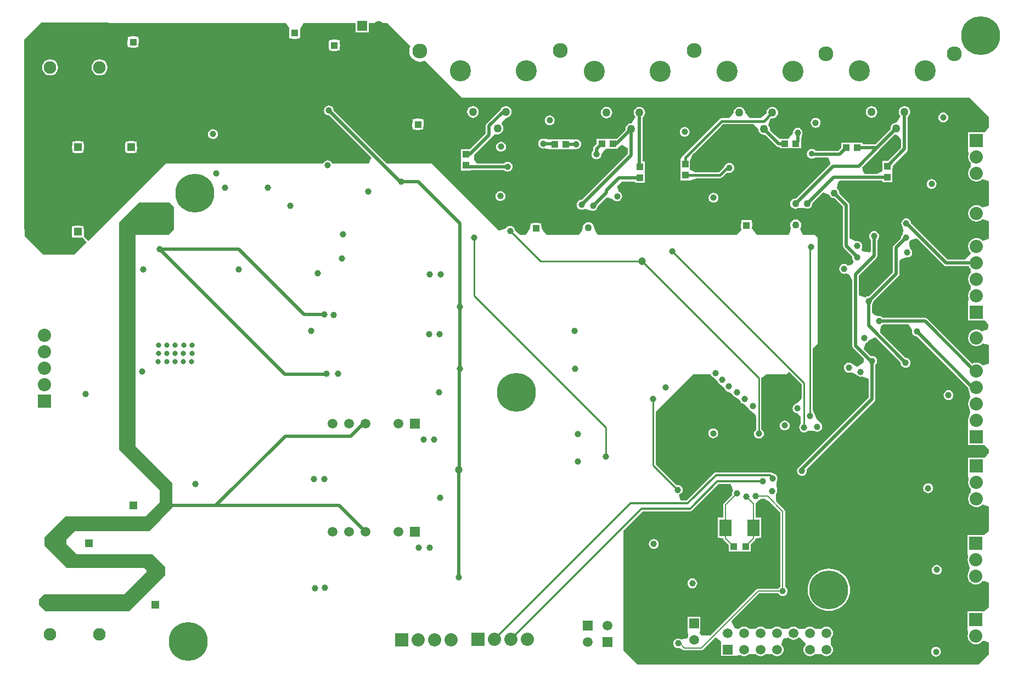
<source format=gbl>
G04*
G04 #@! TF.GenerationSoftware,Altium Limited,Altium Designer,19.1.5 (86)*
G04*
G04 Layer_Physical_Order=4*
G04 Layer_Color=16711680*
%FSLAX25Y25*%
%MOIN*%
G70*
G01*
G75*
%ADD10C,0.00787*%
%ADD13C,0.00984*%
%ADD20R,0.03937X0.04331*%
%ADD22R,0.04331X0.03937*%
%ADD86C,0.01968*%
%ADD87C,0.01181*%
%ADD88C,0.01575*%
%ADD90C,0.02165*%
%ADD91C,0.03937*%
%ADD94C,0.23622*%
%ADD95R,0.05937X0.05937*%
%ADD96C,0.05937*%
%ADD97C,0.04724*%
%ADD98R,0.04724X0.04724*%
%ADD99R,0.05906X0.05906*%
%ADD100C,0.05906*%
%ADD101R,0.05906X0.05906*%
%ADD102R,0.04331X0.04331*%
%ADD103C,0.04331*%
%ADD104C,0.07677*%
%ADD105C,0.12795*%
%ADD106C,0.04992*%
%ADD107R,0.04992X0.04992*%
%ADD108C,0.09055*%
%ADD109R,0.04331X0.04331*%
%ADD110C,0.08032*%
%ADD111R,0.08032X0.08032*%
%ADD112R,0.08032X0.08032*%
%ADD113R,0.04724X0.04724*%
%ADD114C,0.03937*%
%ADD115C,0.03150*%
%ADD116C,0.03543*%
%ADD117R,0.07480X0.10236*%
G36*
X636018Y425943D02*
X637903Y424114D01*
X638489Y423148D01*
Y418318D01*
X630422Y410252D01*
X627150D01*
Y403921D01*
X623836Y402417D01*
X616279D01*
X615448Y403634D01*
X614766Y406354D01*
X625190Y416778D01*
X634552Y426139D01*
X636018Y425943D01*
D02*
G37*
G36*
X157185Y493996D02*
X264737Y493996D01*
X266913Y490961D01*
X266604Y487795D01*
X266687Y486950D01*
X266913Y484630D01*
X270079Y484321D01*
X273244Y484630D01*
X273376Y485980D01*
X273376D01*
X273553Y487795D01*
X273319Y490194D01*
X275421Y493996D01*
X307071Y493996D01*
Y488272D01*
X314976D01*
Y493996D01*
X326279D01*
X340421Y479855D01*
X340194Y479431D01*
X339822Y478206D01*
X339697Y476933D01*
X339822Y475660D01*
X340194Y474435D01*
X340797Y473307D01*
X341609Y472317D01*
X342598Y471506D01*
X343726Y470902D01*
X344951Y470531D01*
X346224Y470406D01*
X347498Y470531D01*
X348722Y470902D01*
X349147Y471129D01*
X371654Y448622D01*
X659941Y448622D01*
X680217Y448524D01*
X691831Y436909D01*
Y430647D01*
X689268Y427772D01*
X687894Y427772D01*
X679236D01*
Y417740D01*
X679236D01*
X679331Y413803D01*
X679193Y412756D01*
X679365Y411447D01*
X679871Y410226D01*
X680675Y408885D01*
Y406627D01*
X679871Y405285D01*
X679365Y404065D01*
X679193Y402756D01*
X679365Y401446D01*
X679871Y400226D01*
X680675Y399179D01*
X681722Y398375D01*
X682943Y397869D01*
X684252Y397697D01*
X685561Y397869D01*
X686782Y398375D01*
X687829Y399179D01*
X687894Y399263D01*
X691831Y398106D01*
Y382996D01*
X687894Y381840D01*
X687829Y381924D01*
X686782Y382728D01*
X685561Y383233D01*
X684252Y383405D01*
X682943Y383233D01*
X681722Y382728D01*
X680675Y381924D01*
X679871Y380876D01*
X679365Y379656D01*
X679193Y378346D01*
X679365Y377037D01*
X679871Y375817D01*
X680675Y374769D01*
X681722Y373965D01*
X682943Y373460D01*
X684252Y373287D01*
X685561Y373460D01*
X686782Y373965D01*
X687829Y374769D01*
X687894Y374853D01*
X691831Y373697D01*
Y362937D01*
X687894Y361781D01*
X687829Y361865D01*
X686782Y362669D01*
X685561Y363174D01*
X684252Y363346D01*
X682943Y363174D01*
X681722Y362669D01*
X680675Y361865D01*
X679871Y360817D01*
X679365Y359597D01*
X679193Y358287D01*
X679365Y356978D01*
X679871Y355758D01*
X680675Y354417D01*
Y353805D01*
X677511Y350291D01*
X666645D01*
X644505Y372431D01*
X644427Y373019D01*
X644128Y373741D01*
X643653Y374361D01*
X643033Y374837D01*
X642310Y375136D01*
X641535Y375238D01*
X640761Y375136D01*
X640038Y374837D01*
X639418Y374361D01*
X638942Y373741D01*
X638643Y373019D01*
X638541Y372244D01*
X638643Y371469D01*
X638942Y370747D01*
X639418Y370127D01*
X639566Y370014D01*
X639774Y367826D01*
X639467Y365715D01*
X639320Y365601D01*
X638844Y364981D01*
X638545Y364259D01*
X638443Y363484D01*
X638443Y363484D01*
X638458Y363367D01*
X634002Y358911D01*
X633564Y358255D01*
X633410Y357480D01*
Y342570D01*
X618720Y327880D01*
X618602Y327896D01*
X618602Y327896D01*
X617827Y327794D01*
X617105Y327495D01*
X616787Y327250D01*
X615383Y327516D01*
X612850Y328661D01*
Y340599D01*
X623478Y351227D01*
X623916Y351883D01*
X624070Y352658D01*
Y362378D01*
X624164Y362450D01*
X624640Y363070D01*
X624939Y363792D01*
X625041Y364567D01*
X624939Y365342D01*
X624640Y366064D01*
X624164Y366684D01*
X623544Y367160D01*
X622822Y367459D01*
X622047Y367561D01*
X621272Y367459D01*
X620550Y367160D01*
X619930Y366684D01*
X619454Y366064D01*
X619155Y365342D01*
X619053Y364567D01*
X619155Y363792D01*
X619454Y363070D01*
X619930Y362450D01*
X620024Y362378D01*
Y355543D01*
X619283Y354713D01*
X615227Y355276D01*
X614624Y355762D01*
X614320Y356524D01*
X614502Y356967D01*
X614690Y357420D01*
X614802Y357690D01*
X614802Y357690D01*
X614904Y358465D01*
X614904Y358465D01*
X614802Y359240D01*
X614502Y359962D01*
X614027Y360582D01*
X613407Y361057D01*
X613407Y361058D01*
X612684Y361357D01*
X612684Y361357D01*
X612395Y361395D01*
X611909Y361459D01*
X611134Y361357D01*
X608490Y362481D01*
X607228Y363415D01*
Y383279D01*
X607074Y384053D01*
X606636Y384710D01*
X600890Y390455D01*
X600929Y390748D01*
X600929Y390748D01*
X600820Y391574D01*
X600501Y392344D01*
X599994Y393006D01*
X599333Y393513D01*
X600248Y397277D01*
X600629Y397961D01*
X601227Y398348D01*
X601295Y398371D01*
X627150D01*
Y397228D01*
X633087D01*
Y403559D01*
X633087Y403559D01*
X633300Y407408D01*
X641942Y416050D01*
X642381Y416706D01*
X642535Y417480D01*
Y437106D01*
X643005Y437467D01*
X643566Y438198D01*
X643918Y439048D01*
X644038Y439961D01*
X643918Y440873D01*
X643566Y441724D01*
X643005Y442454D01*
X642275Y443014D01*
X641425Y443367D01*
X640512Y443487D01*
X639599Y443367D01*
X638749Y443014D01*
X638018Y442454D01*
X637458Y441724D01*
X637106Y440873D01*
X636986Y439961D01*
X637106Y439048D01*
X637458Y438198D01*
X638018Y437467D01*
X636054Y434012D01*
X635512Y433487D01*
X634599Y433367D01*
X633749Y433014D01*
X633018Y432454D01*
X632458Y431724D01*
X632106Y430873D01*
X631986Y429961D01*
X632063Y429373D01*
X622922Y420232D01*
X615075D01*
Y421177D01*
X612319D01*
X608744Y421177D01*
X604807Y421177D01*
X602051D01*
Y418101D01*
X600229Y416279D01*
X586562D01*
X586260Y416673D01*
X586259Y416673D01*
X585889Y416957D01*
X585643Y417146D01*
X585643Y417146D01*
X584939Y417438D01*
X584924Y417444D01*
X584924Y417444D01*
X584154Y417545D01*
X584154Y417545D01*
X583383Y417444D01*
X583383Y417444D01*
X582952Y417265D01*
X582664Y417146D01*
X582048Y416673D01*
X582048Y416673D01*
X581858Y416426D01*
X581574Y416056D01*
Y416056D01*
X581396Y415625D01*
X581396Y415625D01*
X581277Y415338D01*
X581277Y415338D01*
X581175Y414567D01*
X581216Y414259D01*
X581277Y413796D01*
X581277Y413796D01*
X581574Y413078D01*
Y413078D01*
X581858Y412708D01*
X582048Y412461D01*
X582048D01*
X582664Y411988D01*
X582664Y411988D01*
X582664Y411988D01*
X583383Y411690D01*
X583383Y411690D01*
X584154Y411589D01*
X584154Y411589D01*
X584462Y411629D01*
X584462D01*
X584924Y411690D01*
X584924Y411690D01*
X584939Y411696D01*
X585643Y411988D01*
X585643Y411988D01*
X585962Y412233D01*
X594202D01*
X595418Y409246D01*
X595494Y408296D01*
X574604Y387406D01*
X574311Y387445D01*
X574311Y387445D01*
X573485Y387336D01*
X573485Y387336D01*
X572715Y387017D01*
X572053Y386509D01*
X571546Y385848D01*
X571246Y385124D01*
X571227Y385078D01*
X571227Y385078D01*
X571221Y385029D01*
X571125Y384301D01*
Y384301D01*
X571118Y384252D01*
X571125Y384203D01*
X571227Y383426D01*
X571546Y382656D01*
X572053Y381994D01*
X572715Y381487D01*
X572715D01*
X573485Y381168D01*
X573485Y381168D01*
X573534Y381162D01*
X574311Y381059D01*
X575137Y381168D01*
X575137D01*
X575137Y381168D01*
X575875Y381474D01*
X575907Y381487D01*
X579731Y381604D01*
X579731D01*
X580000Y381493D01*
X580455Y381304D01*
X580501Y381285D01*
X580501Y381285D01*
X581328Y381176D01*
X581328Y381176D01*
X582154Y381285D01*
X582154Y381285D01*
X582924Y381604D01*
X583585Y382112D01*
X584093Y382773D01*
X584093Y382773D01*
X584411Y383543D01*
X584411Y383543D01*
X584418Y383592D01*
X584520Y384369D01*
X584520Y384369D01*
X584514Y384419D01*
X584482Y384662D01*
X590733Y390914D01*
X591362Y390886D01*
X592304Y390610D01*
X594845Y389457D01*
X594971Y389152D01*
X595479Y388491D01*
X596140Y387983D01*
X596910Y387664D01*
X597736Y387555D01*
X597736Y387555D01*
X597786Y387562D01*
X598029Y387594D01*
X603182Y382441D01*
Y358575D01*
X603336Y357800D01*
X603774Y357144D01*
X608890Y352029D01*
X608817Y351476D01*
X608817Y351476D01*
X608919Y350701D01*
X609218Y349979D01*
X609694Y349359D01*
X608712Y347304D01*
X606004Y346752D01*
X606004D01*
X605384Y347228D01*
X604662Y347527D01*
X603887Y347629D01*
X603112Y347527D01*
X603112Y347527D01*
X602390Y347228D01*
X602390D01*
X601876Y346834D01*
X601770Y346752D01*
Y346752D01*
X601294Y346132D01*
Y346132D01*
X600995Y345410D01*
X600893Y344635D01*
X600893Y344635D01*
X600910Y344502D01*
X600995Y343860D01*
X600995Y343860D01*
X601182Y343407D01*
X601294Y343138D01*
X601294Y343138D01*
X601770Y342518D01*
X602390Y342042D01*
X603112Y341743D01*
X603112D01*
X603887Y341641D01*
X604176Y341679D01*
X604662Y341743D01*
X604662Y341743D01*
X604876Y341788D01*
X605191Y341853D01*
X607248Y340979D01*
X608804Y337686D01*
Y297835D01*
X608958Y297060D01*
X609396Y296404D01*
X615665Y290135D01*
X615732Y288615D01*
X615601Y288211D01*
X615521Y288045D01*
X614573Y286983D01*
X612183Y285417D01*
X610452Y285781D01*
X610383Y285801D01*
X608190Y287239D01*
X607468Y287538D01*
X607468Y287538D01*
X607468Y287538D01*
X606693Y287640D01*
X606693Y287640D01*
X606693Y287640D01*
X605918Y287538D01*
X605196Y287239D01*
X605196Y287239D01*
X605196Y287239D01*
X604576Y286763D01*
X604100Y286143D01*
X604100Y286143D01*
X603801Y285421D01*
X603801Y285421D01*
X603699Y284646D01*
X603699Y284646D01*
X603801Y283871D01*
X604100Y283149D01*
X604576Y282528D01*
X605196Y282053D01*
X605918Y281754D01*
X606693Y281651D01*
X606911Y281680D01*
X607292Y281720D01*
X607979Y281642D01*
X608792Y281465D01*
X610064Y281000D01*
X611270Y280322D01*
X611659Y279974D01*
X611662Y279970D01*
X612283Y279494D01*
X613005Y279194D01*
X613779Y279093D01*
X614555Y279194D01*
X614906Y279340D01*
X617804Y278292D01*
X617964Y278216D01*
X618843Y277470D01*
Y266488D01*
X577070Y224715D01*
X576652Y224542D01*
X576032Y224066D01*
X575557Y223446D01*
X575257Y222724D01*
X575155Y221949D01*
X575257Y221174D01*
X575557Y220452D01*
X576032Y219832D01*
X576652Y219356D01*
X577375Y219057D01*
X578150Y218955D01*
X578925Y219057D01*
X579647Y219356D01*
X580267Y219832D01*
X580743Y220452D01*
X581042Y221174D01*
X581144Y221949D01*
X581042Y222724D01*
X580971Y222894D01*
X622297Y264219D01*
X622735Y264875D01*
X622889Y265650D01*
Y286492D01*
X622983Y286564D01*
Y286564D01*
X623459Y287184D01*
X623647Y287637D01*
X623758Y287906D01*
X623758Y287906D01*
X623860Y288681D01*
X623860Y288681D01*
X623758Y289456D01*
X623758Y289456D01*
X623459Y290178D01*
Y290178D01*
X622983Y290798D01*
X622363Y291274D01*
Y291274D01*
X621641Y291573D01*
X621641Y291573D01*
X621352Y291611D01*
X620866Y291675D01*
X620866Y291675D01*
X620091Y291573D01*
X619991Y291532D01*
X615755Y295768D01*
X615955Y297376D01*
X617015Y299765D01*
X617737Y300064D01*
X618357Y300540D01*
X618833Y301160D01*
X618926Y301385D01*
X621601Y302585D01*
X622358Y302801D01*
X623047Y302832D01*
X638163Y287716D01*
X638148Y287598D01*
X638148Y287598D01*
X638250Y286824D01*
X638437Y286371D01*
X638549Y286101D01*
X638549D01*
X638847Y285713D01*
X639025Y285481D01*
X639025D01*
X639645Y285005D01*
X640097Y284818D01*
X640367Y284706D01*
X640367Y284706D01*
X640656Y284668D01*
X641142Y284604D01*
X641917Y284706D01*
X641917Y284706D01*
X642639Y285005D01*
X642639D01*
X643259Y285481D01*
X643735Y286101D01*
X644034Y286824D01*
X644136Y287598D01*
X644136Y287598D01*
X644034Y288373D01*
X644034Y288373D01*
X644023Y288400D01*
X643735Y289095D01*
X643259Y289716D01*
Y289716D01*
X642639Y290191D01*
X641917Y290491D01*
X641917Y290491D01*
X641628Y290529D01*
X641142Y290593D01*
X641142Y290593D01*
X641024Y290577D01*
X625602Y305999D01*
X625722Y307770D01*
X626574Y310238D01*
X626750Y310419D01*
X627216Y310776D01*
X627288Y310871D01*
X642740D01*
X643877Y309684D01*
X645067Y307509D01*
X645152Y306934D01*
X645095Y306498D01*
X645095Y306498D01*
X645197Y305723D01*
X645197Y305723D01*
X645496Y305001D01*
X645972Y304380D01*
X646592Y303905D01*
X647314Y303606D01*
X647314Y303606D01*
X647603Y303568D01*
X648089Y303503D01*
X648089Y303503D01*
X648207Y303519D01*
X679102Y272624D01*
X679267Y271368D01*
X679772Y270148D01*
X680532Y266486D01*
X679772Y265226D01*
X679267Y264006D01*
X679095Y262697D01*
X679267Y261387D01*
X679772Y260167D01*
X680282Y257697D01*
X679772Y255226D01*
X679267Y254006D01*
X679095Y252697D01*
X679232Y251650D01*
X679138Y247713D01*
X679138Y247713D01*
Y237681D01*
X687894D01*
X689169Y237681D01*
X691831Y234846D01*
Y232852D01*
X689268Y229976D01*
X687894Y229976D01*
X679236D01*
Y219945D01*
X679236D01*
X679331Y216008D01*
X679193Y214961D01*
X679365Y213651D01*
X679871Y212431D01*
X680675Y211090D01*
Y208831D01*
X679871Y207490D01*
X679365Y206270D01*
X679193Y204961D01*
X679365Y203651D01*
X679871Y202431D01*
X680675Y201383D01*
X681722Y200579D01*
X682943Y200074D01*
X684252Y199902D01*
X685561Y200074D01*
X686782Y200579D01*
X687829Y201383D01*
X687894Y201467D01*
X691831Y200311D01*
Y185256D01*
X688874Y182890D01*
X687894Y182890D01*
X678842D01*
Y172858D01*
X678842D01*
X678937Y168921D01*
X678799Y167874D01*
X678972Y166565D01*
X679477Y165345D01*
X679987Y162874D01*
X679477Y160404D01*
X678972Y159183D01*
X678799Y157874D01*
X678972Y156565D01*
X679477Y155344D01*
X680281Y154297D01*
X681329Y153493D01*
X682549Y152987D01*
X683858Y152815D01*
X685168Y152987D01*
X686388Y153493D01*
X687435Y154297D01*
X687894Y154894D01*
X689467Y154814D01*
X691831Y153792D01*
Y139036D01*
X688874Y136669D01*
X687894Y136669D01*
X678842D01*
Y126638D01*
X678842D01*
X678937Y122701D01*
X678799Y121653D01*
X678972Y120344D01*
X679477Y119124D01*
X680281Y118076D01*
X681329Y117272D01*
X682549Y116767D01*
X683858Y116595D01*
X685168Y116767D01*
X686388Y117272D01*
X687435Y118076D01*
X687894Y118673D01*
X689467Y118593D01*
X691831Y117571D01*
Y110531D01*
X685433Y104134D01*
X621949D01*
X478543Y104134D01*
X469685Y112992D01*
X469685Y185581D01*
X481498Y197394D01*
X510335D01*
X510955Y197518D01*
X511481Y197869D01*
X527443Y213831D01*
X534686D01*
X535825Y211844D01*
X536286Y209894D01*
X536187Y209765D01*
X535887Y209043D01*
X535785Y208268D01*
X535785Y208268D01*
X535887Y207493D01*
X535895Y207393D01*
X531545Y203043D01*
X530885Y202383D01*
X530577Y201922D01*
X530469Y201378D01*
Y200436D01*
Y193520D01*
X527150D01*
Y181283D01*
X530469Y180807D01*
X530577Y180263D01*
X530885Y179802D01*
X533646Y177042D01*
X533646Y176062D01*
Y172917D01*
X539583D01*
Y172917D01*
X541126D01*
Y172917D01*
X547063D01*
Y176143D01*
X547063Y177238D01*
X549824Y179999D01*
X550132Y180460D01*
X550240Y181004D01*
X553559Y181283D01*
Y193520D01*
X550240D01*
Y200923D01*
Y201870D01*
X550677Y202907D01*
X552269Y204344D01*
X552314Y204379D01*
X552314Y204379D01*
X552329Y204399D01*
X553078Y205075D01*
X555426D01*
X558582Y203188D01*
X560571Y201199D01*
X565114Y196655D01*
X565114Y194755D01*
Y152939D01*
Y151576D01*
X565038Y151510D01*
X564418Y151034D01*
X564243Y150806D01*
X564243Y150806D01*
X563942Y150414D01*
X563877Y150338D01*
X553552D01*
X551601Y150338D01*
X551057Y150230D01*
X550596Y149922D01*
X548878Y148204D01*
X534570Y133896D01*
X531644Y130970D01*
X528860Y128186D01*
X525546Y124872D01*
X522514Y121840D01*
X517404Y121890D01*
X516226Y123069D01*
X516551Y125240D01*
X516551Y125830D01*
Y133146D01*
X508646D01*
Y125886D01*
X508646Y125240D01*
X509235Y121303D01*
X509146Y121186D01*
X508847Y120466D01*
X508683Y120374D01*
X507276Y119908D01*
X504771Y119473D01*
X504450Y119719D01*
X504450D01*
X503728Y120018D01*
X503728Y120018D01*
X502953Y120120D01*
X502953Y120120D01*
X502953Y120120D01*
X502664Y120082D01*
X502178Y120018D01*
X502178Y120018D01*
X501725Y119831D01*
X501456Y119719D01*
Y119719D01*
X501067Y119421D01*
X500836Y119243D01*
Y119243D01*
X500537Y118854D01*
Y118854D01*
X500360Y118623D01*
X500061Y117901D01*
X500023Y117612D01*
X499959Y117126D01*
X499959Y117126D01*
X499997Y116837D01*
X500061Y116351D01*
X500061Y116351D01*
X500356Y115637D01*
X500360Y115629D01*
Y115629D01*
X500658Y115240D01*
X500658Y115240D01*
X500836Y115009D01*
X500836D01*
X501456Y114533D01*
X501456Y114533D01*
X502178Y114234D01*
X502178Y114234D01*
X502953Y114132D01*
X502953Y114132D01*
X503728Y114234D01*
X503728Y114234D01*
X505901Y113251D01*
X506362Y112943D01*
X506906Y112835D01*
X508462D01*
X512505Y112835D01*
X516939Y112835D01*
X517483Y112943D01*
X517944Y113251D01*
X520616Y115923D01*
X521790Y117097D01*
X525602Y120909D01*
X525687Y120920D01*
X526330Y120434D01*
X528861Y118520D01*
X529234Y118019D01*
X529138Y117378D01*
X529138Y116788D01*
Y109473D01*
X536397D01*
X537043Y109473D01*
X540980Y110062D01*
X541097Y109973D01*
X542059Y109574D01*
X543091Y109438D01*
X544122Y109574D01*
X545084Y109973D01*
X545910Y110606D01*
X546711Y110784D01*
X549470D01*
X550271Y110606D01*
X551097Y109973D01*
X552059Y109574D01*
X553091Y109438D01*
X554122Y109574D01*
X555084Y109973D01*
X555910Y110606D01*
X556711Y110784D01*
X559470D01*
X560271Y110606D01*
X561097Y109973D01*
X562059Y109574D01*
X563091Y109438D01*
X564122Y109574D01*
X565084Y109973D01*
X565910Y110606D01*
X566543Y111432D01*
X566942Y112393D01*
X567077Y113425D01*
X566942Y114457D01*
X566543Y115419D01*
X565910Y116244D01*
X565812Y116687D01*
X566634Y119881D01*
X569829Y120704D01*
X570271Y120606D01*
X571097Y119973D01*
X572059Y119574D01*
X573091Y119438D01*
X574122Y119574D01*
X575084Y119973D01*
X575910Y120606D01*
X576605Y120760D01*
X576982Y120719D01*
X580449Y117252D01*
Y117046D01*
X580271Y116244D01*
X579638Y115419D01*
X579240Y114457D01*
X579104Y113425D01*
X579240Y112393D01*
X579638Y111432D01*
X580271Y110606D01*
X581097Y109973D01*
X582059Y109574D01*
X583091Y109438D01*
X584122Y109574D01*
X585084Y109973D01*
X585910Y110606D01*
X586711Y110784D01*
X589470D01*
X590271Y110606D01*
X591097Y109973D01*
X592059Y109574D01*
X593091Y109438D01*
X594122Y109574D01*
X595084Y109973D01*
X595910Y110606D01*
X596543Y111432D01*
X596942Y112393D01*
X597077Y113425D01*
X596942Y114457D01*
X596543Y115419D01*
X595910Y116244D01*
X595732Y117046D01*
Y119805D01*
X595910Y120606D01*
X596543Y121432D01*
X596942Y122393D01*
X597077Y123425D01*
X596942Y124457D01*
X596543Y125419D01*
X595910Y126244D01*
X595084Y126878D01*
X594122Y127276D01*
X593091Y127412D01*
X592059Y127276D01*
X591097Y126878D01*
X590271Y126244D01*
X589470Y126067D01*
X586711D01*
X585910Y126244D01*
X585084Y126878D01*
X584122Y127276D01*
X583091Y127412D01*
X582059Y127276D01*
X581097Y126878D01*
X580271Y126244D01*
X579470Y126067D01*
X576711D01*
X575910Y126244D01*
X575084Y126878D01*
X574122Y127276D01*
X573091Y127412D01*
X572059Y127276D01*
X571097Y126878D01*
X570271Y126244D01*
X569470Y126067D01*
X566711D01*
X565910Y126244D01*
X565084Y126878D01*
X564122Y127276D01*
X563091Y127412D01*
X562059Y127276D01*
X561097Y126878D01*
X560271Y126244D01*
X559470Y126067D01*
X556711D01*
X555910Y126244D01*
X555084Y126878D01*
X554122Y127276D01*
X553091Y127412D01*
X552059Y127276D01*
X551097Y126878D01*
X550271Y126244D01*
X549470Y126067D01*
X546711D01*
X545910Y126244D01*
X545084Y126878D01*
X544122Y127276D01*
X543091Y127412D01*
X542059Y127276D01*
X541097Y126878D01*
X540271Y126244D01*
X539627Y126102D01*
X537523Y126359D01*
X535520Y130242D01*
X535606Y130913D01*
X537539Y132846D01*
X550821Y146128D01*
X552189Y147496D01*
X553871Y147496D01*
X563877D01*
X563942Y147420D01*
X564418Y146800D01*
X564418Y146800D01*
X565038Y146324D01*
X565761Y146025D01*
X566535Y145923D01*
X566536Y145923D01*
X567310Y146025D01*
X567310Y146025D01*
X568033Y146324D01*
X568033D01*
X568043Y146333D01*
X568653Y146800D01*
X568987Y147236D01*
X569128Y147420D01*
X569128Y147420D01*
X569427Y148142D01*
X569427Y148142D01*
X569530Y148917D01*
X569530Y148917D01*
X569427Y149692D01*
X569128Y150414D01*
X568830Y150803D01*
X568653Y151034D01*
X568653Y151034D01*
X568033Y151510D01*
X567956Y151576D01*
Y152943D01*
Y194827D01*
X567956Y197244D01*
X567848Y197788D01*
X567540Y198249D01*
X562628Y203162D01*
X562343Y204400D01*
X562345Y204993D01*
X562353Y207528D01*
X562829Y208149D01*
X563128Y208871D01*
X563230Y209646D01*
X563230Y209646D01*
X563128Y210421D01*
X562593Y213569D01*
X563227Y216646D01*
X563329Y217421D01*
X563329Y217421D01*
X563227Y218196D01*
X562928Y218918D01*
X562452Y219538D01*
X562452Y219538D01*
X561832Y220014D01*
X561563Y220126D01*
X561110Y220313D01*
X560366Y220576D01*
X559439Y220903D01*
X559403Y220927D01*
X559328Y220942D01*
X559328Y220942D01*
X558782Y221051D01*
X554464Y221051D01*
X554464Y221051D01*
X554464Y221051D01*
X526057D01*
X525437Y220927D01*
X524911Y220575D01*
X508221Y203886D01*
X504474D01*
X503531Y207541D01*
X503984Y207729D01*
X504253Y207840D01*
X504253Y207840D01*
X504767Y208234D01*
X504873Y208316D01*
Y208316D01*
X505349Y208936D01*
Y208936D01*
X505648Y209658D01*
X505750Y210433D01*
X505648Y211208D01*
X505349Y211930D01*
X505349Y211930D01*
X504873Y212550D01*
X504873Y212550D01*
X504253Y213026D01*
X503531Y213325D01*
X502756Y213427D01*
X502756Y213427D01*
X502756Y213427D01*
X502467Y213389D01*
X502011Y213329D01*
X489701Y225640D01*
X489415Y225925D01*
Y226334D01*
X489415Y257134D01*
Y258017D01*
X512008Y280610D01*
X522704D01*
X522886Y280170D01*
X522886Y280170D01*
X522998Y279901D01*
X522998Y279901D01*
X523296Y279512D01*
X523473Y279280D01*
X523473D01*
X524093Y278805D01*
X524816Y278505D01*
X524816Y278505D01*
X527131Y275865D01*
X527131Y275865D01*
X527132Y275865D01*
X527607Y275245D01*
X527607D01*
X528133Y274841D01*
X528227Y274769D01*
X528227Y274769D01*
X528227Y274769D01*
X529931Y273267D01*
X531265Y271633D01*
X531741Y271013D01*
X532079Y270753D01*
X532361Y270537D01*
X532361Y270537D01*
X532361D01*
X532577Y270448D01*
X533416Y270021D01*
X533416Y270021D01*
X533416Y270021D01*
X534763Y269142D01*
X535634Y268483D01*
X536525Y267654D01*
X536761Y267371D01*
X537015Y267176D01*
X537381Y266895D01*
X540415Y264875D01*
X540714Y264153D01*
X541190Y263532D01*
Y263532D01*
X541810Y263057D01*
X542235Y262880D01*
X542770Y262595D01*
X543902Y261822D01*
X544530Y261287D01*
X545235Y260497D01*
X545931Y259625D01*
X546142Y259349D01*
X546407Y259005D01*
X546749Y258742D01*
X549651Y256244D01*
X550546Y254593D01*
X550546Y254593D01*
X550546Y253236D01*
Y247063D01*
X549950Y246605D01*
X549950Y246605D01*
X549474Y245985D01*
X549175Y245263D01*
X549073Y244488D01*
X549175Y243713D01*
X549175Y243713D01*
X549474Y242991D01*
X549474Y242991D01*
X549474Y242991D01*
X549950Y242371D01*
X550386Y242037D01*
X550570Y241895D01*
X550570D01*
X551292Y241596D01*
X552067Y241494D01*
X552842Y241596D01*
X552842Y241596D01*
X553295Y241784D01*
X553564Y241895D01*
Y241895D01*
X553953Y242194D01*
X554184Y242371D01*
Y242371D01*
X554519Y242807D01*
X554660Y242991D01*
Y242991D01*
X554959Y243713D01*
X554959Y243713D01*
X555061Y244488D01*
X554959Y245263D01*
X554959Y245263D01*
X554660Y245985D01*
X554660Y245985D01*
X554354Y246384D01*
X554184Y246605D01*
X554184D01*
X553588Y247063D01*
Y253948D01*
Y257332D01*
X553588Y261269D01*
X553588Y277356D01*
Y278445D01*
X553588Y278445D01*
X556618Y280495D01*
X556866Y280610D01*
X568996D01*
X570529Y282143D01*
X578034Y274637D01*
Y266362D01*
X577590Y265474D01*
X575492Y262935D01*
X574717Y262833D01*
X573995Y262534D01*
X573375Y262058D01*
X572899Y261438D01*
X572600Y260716D01*
X572498Y259941D01*
X572600Y259166D01*
X572899Y258444D01*
X573375Y257824D01*
X573995Y257348D01*
X574717Y257049D01*
X575492Y256947D01*
X577487Y254532D01*
X577561Y252821D01*
X577439Y250456D01*
X577104Y250020D01*
X576963Y249836D01*
Y249836D01*
X576664Y249114D01*
X576664Y249114D01*
X576562Y248339D01*
X576664Y247564D01*
X576664Y247564D01*
X576664Y247564D01*
X576963Y246842D01*
X576963Y246842D01*
X576963Y246842D01*
X577104Y246658D01*
X577439Y246222D01*
X577439D01*
X578059Y245746D01*
X578781Y245447D01*
X578781Y245447D01*
X579556Y245345D01*
X579556Y245345D01*
X580331Y245447D01*
X581053Y245746D01*
X581053Y245746D01*
X581208Y245865D01*
X582366Y246290D01*
X584694Y246186D01*
X585898Y246130D01*
X586085Y246093D01*
X586725Y245828D01*
X587500Y245726D01*
X587500Y245726D01*
X587500Y245726D01*
X588275Y245828D01*
X588275Y245828D01*
X588275Y245828D01*
X588997Y246128D01*
X588997D01*
X588997Y246128D01*
X589617Y246603D01*
X589617Y246603D01*
X589617Y246603D01*
X590093Y247223D01*
X590280Y247676D01*
X590392Y247945D01*
X590392Y247945D01*
X590392Y247945D01*
X590494Y248720D01*
X590494Y248721D01*
X590392Y249495D01*
X590392Y249495D01*
X590392Y249495D01*
X590093Y250218D01*
Y250218D01*
X590093Y250218D01*
X589617Y250838D01*
X587701Y252702D01*
X587124Y253674D01*
X586090Y256004D01*
X585791Y256726D01*
X585791Y256726D01*
X585424Y257204D01*
X584719Y258855D01*
Y296333D01*
X587697Y299311D01*
X587697Y360925D01*
X587697Y363484D01*
X585827Y365354D01*
X578839D01*
X577699Y367348D01*
X577241Y369291D01*
X577419Y369523D01*
X577766Y370360D01*
X577884Y371260D01*
X577766Y372159D01*
X577419Y372997D01*
X576866Y373717D01*
X576147Y374269D01*
X575309Y374616D01*
X574409Y374734D01*
X573510Y374616D01*
X572672Y374269D01*
X571952Y373717D01*
X571400Y372997D01*
X571053Y372159D01*
X570935Y371260D01*
X571053Y370360D01*
X571400Y369523D01*
X571578Y369291D01*
X571120Y367348D01*
X569980Y365354D01*
X550676D01*
X547881Y369118D01*
X548061Y370965D01*
X547752Y374130D01*
X544587Y374439D01*
X541421Y374130D01*
X541289Y372780D01*
Y372780D01*
X541112Y370965D01*
X541421Y367799D01*
X538497Y365354D01*
X454581Y365354D01*
X453663Y366106D01*
X452603Y367640D01*
X451959Y369291D01*
X451998Y369587D01*
X451880Y370486D01*
X451533Y371324D01*
X450981Y372043D01*
X450261Y372596D01*
X449423Y372943D01*
X448524Y373061D01*
X447624Y372943D01*
X446786Y372596D01*
X446067Y372043D01*
X445514Y371324D01*
X445167Y370486D01*
X445049Y369587D01*
X445088Y369291D01*
X444444Y367640D01*
X443385Y366106D01*
X442466Y365354D01*
X423457D01*
X421792Y366482D01*
X420109Y369193D01*
X419799Y372358D01*
X416634Y372668D01*
X413469Y372358D01*
X413159Y369193D01*
X410899Y365555D01*
X409810Y365354D01*
X407147D01*
X403978Y367717D01*
X403876Y368492D01*
X403876Y368492D01*
X403689Y368944D01*
X403577Y369214D01*
X403577D01*
X403279Y369602D01*
X403101Y369834D01*
X403101D01*
X402713Y370132D01*
X402481Y370309D01*
X402481D01*
X401759Y370609D01*
X401759Y370609D01*
X401759Y370609D01*
X401470Y370647D01*
X400984Y370711D01*
X400984Y370711D01*
X400695Y370673D01*
X400209Y370609D01*
X400209Y370609D01*
X399487Y370309D01*
X399487Y370309D01*
X398867Y369834D01*
X398867Y369834D01*
X398421Y369253D01*
X398421Y369253D01*
X398390Y369213D01*
X395744Y368163D01*
X394164Y367942D01*
X353543Y408563D01*
X325991D01*
X293825Y440729D01*
X293841Y440846D01*
X293841Y440846D01*
X293739Y441621D01*
X293739Y441621D01*
X293551Y442074D01*
X293439Y442344D01*
X293439D01*
X292964Y442964D01*
X292343Y443439D01*
X291891Y443627D01*
X291621Y443739D01*
X291621Y443739D01*
X291332Y443777D01*
X290846Y443841D01*
X290557Y443802D01*
X290072Y443739D01*
X289619Y443551D01*
X289619Y443551D01*
X289349Y443439D01*
X289349Y443439D01*
X288729Y442964D01*
X288253Y442344D01*
X287954Y441621D01*
X287954Y441621D01*
X287852Y440846D01*
X287852Y440846D01*
X287954Y440071D01*
X287954Y440071D01*
X288253Y439349D01*
Y439349D01*
X288729Y438729D01*
Y438729D01*
X289349Y438253D01*
X290072Y437954D01*
X290072Y437954D01*
X290361Y437916D01*
X290846Y437852D01*
X290846Y437852D01*
X290964Y437868D01*
X316632Y412200D01*
X315125Y408563D01*
X292931Y408563D01*
X292759Y408977D01*
X292759Y408977D01*
X292460Y409366D01*
X292283Y409597D01*
X292283D01*
X291663Y410073D01*
X290941Y410372D01*
X290166Y410474D01*
X289391Y410372D01*
X289391Y410372D01*
X288669Y410073D01*
X288669Y410073D01*
X288049Y409597D01*
X287573Y408977D01*
X287401Y408563D01*
X191634Y408563D01*
X144704Y361633D01*
X141929Y363917D01*
X141927Y366766D01*
X141961Y367126D01*
X141650Y370488D01*
X138287Y370799D01*
X134925Y370488D01*
X134845Y369620D01*
D01*
X134614Y367126D01*
X134844Y364644D01*
X134844D01*
X134925Y363764D01*
X138287Y363453D01*
X138288Y363453D01*
X141337Y363678D01*
X143780Y360709D01*
X136221Y353150D01*
X117323D01*
X106082Y364390D01*
X105905Y373031D01*
Y483858D01*
X116339Y494291D01*
X157087D01*
X157185Y493996D01*
D02*
G37*
G36*
X664376Y346837D02*
X665033Y346399D01*
X665807Y346245D01*
X679669D01*
X679871Y345758D01*
X680675Y344425D01*
Y342169D01*
X679871Y340837D01*
X679365Y339616D01*
X679193Y338307D01*
X679365Y336998D01*
X679871Y335778D01*
X680675Y334436D01*
Y332178D01*
X679871Y330837D01*
X679365Y329616D01*
X679193Y328307D01*
X679331Y327260D01*
X679236Y323323D01*
X679236Y323323D01*
Y313291D01*
X687894D01*
X689268Y313291D01*
X691540Y310742D01*
X691540Y310038D01*
X691155Y307985D01*
X690073Y307457D01*
X687243Y306688D01*
X686683Y307118D01*
X685463Y307623D01*
X684154Y307795D01*
X682844Y307623D01*
X681624Y307118D01*
X680576Y306313D01*
X679772Y305266D01*
X679267Y304046D01*
X679095Y302736D01*
X679267Y301427D01*
X679772Y300207D01*
X680576Y299159D01*
X681624Y298355D01*
X682844Y297850D01*
X684154Y297677D01*
X685463Y297850D01*
X686683Y298355D01*
X687731Y299159D01*
X687894Y299371D01*
X691540Y298521D01*
X691831Y298359D01*
Y287055D01*
X691540Y286892D01*
X687894Y286042D01*
X687731Y286254D01*
X686683Y287058D01*
X685463Y287564D01*
X684154Y287736D01*
X682844Y287564D01*
X681674Y287079D01*
X654429Y314324D01*
X653773Y314763D01*
X652999Y314917D01*
X627288D01*
X627216Y315011D01*
X626595Y315487D01*
X625873Y315786D01*
X625098Y315888D01*
X624563Y315817D01*
X624224Y315836D01*
X621919Y317001D01*
X620625Y318166D01*
Y322712D01*
X620719Y322784D01*
X621195Y323405D01*
X621494Y324127D01*
X621596Y324902D01*
X621581Y325019D01*
X636864Y340302D01*
X637302Y340958D01*
X637456Y341732D01*
Y349728D01*
X638698Y350566D01*
X641393Y351659D01*
X641449Y351635D01*
X641449Y351636D01*
X642224Y351533D01*
X642224Y351533D01*
X642999Y351636D01*
X643721Y351935D01*
X644342Y352410D01*
X644817Y353030D01*
X644817Y353030D01*
X644929Y353300D01*
X645117Y353753D01*
X645117Y353753D01*
X645155Y354042D01*
X645219Y354528D01*
X645117Y355303D01*
X645117Y355303D01*
X644817Y356025D01*
Y356025D01*
X644342Y356645D01*
Y356645D01*
X643721Y357120D01*
X643268Y359291D01*
X643258Y359442D01*
X643499Y361325D01*
X643554Y361367D01*
X643869Y361777D01*
X644165Y362030D01*
X646608Y362812D01*
X648324Y362890D01*
X664376Y346837D01*
D02*
G37*
G36*
X193996Y384842D02*
X196752Y382087D01*
X196752Y368602D01*
X193307Y365158D01*
X174311D01*
X173501Y365147D01*
X173501Y236886D01*
X195843Y214544D01*
X195843Y199629D01*
X181947Y185410D01*
X136591Y185410D01*
X131571Y180390D01*
X131571Y177339D01*
X137700Y171211D01*
X183763D01*
X191315Y163658D01*
X191315Y158441D01*
X169439Y136565D01*
X118875D01*
X114741Y140699D01*
Y143848D01*
X117841Y146949D01*
X166535D01*
X179997Y160410D01*
Y161690D01*
X178645Y163041D01*
X131571D01*
X118087Y176526D01*
Y181742D01*
X130712Y194367D01*
X179603Y194367D01*
X188067Y202831D01*
X188067Y210312D01*
X163363Y235016D01*
X163363Y366657D01*
X163287Y366732D01*
Y372835D01*
X175295Y384842D01*
X193996Y384842D01*
D02*
G37*
%LPC*%
G36*
X171949Y485890D02*
X168783Y485580D01*
X168652Y484231D01*
Y484231D01*
X168474Y482415D01*
X168557Y481570D01*
X168783Y479250D01*
X171949Y478940D01*
X175114Y479250D01*
X175246Y480599D01*
Y480599D01*
X175424Y482415D01*
X175341Y483259D01*
X175114Y485580D01*
X175114Y485580D01*
X171949Y485890D01*
D02*
G37*
G36*
X294193Y483790D02*
X291027Y483480D01*
X290896Y482131D01*
Y482130D01*
X290718Y480315D01*
X290801Y479470D01*
X291027Y477150D01*
X294193Y476840D01*
X297358Y477150D01*
X297490Y478499D01*
Y478500D01*
X297668Y480315D01*
X297585Y481159D01*
X297358Y483480D01*
X297358Y483480D01*
X294193Y483790D01*
D02*
G37*
G36*
X151500Y471880D02*
X150237Y471714D01*
X149060Y471227D01*
X148049Y470451D01*
X147274Y469440D01*
X146786Y468263D01*
X146620Y467000D01*
X146786Y465737D01*
X147274Y464560D01*
X148049Y463549D01*
X149060Y462774D01*
X150237Y462286D01*
X151500Y462120D01*
X152763Y462286D01*
X153940Y462774D01*
X154951Y463549D01*
X155727Y464560D01*
X156214Y465737D01*
X156380Y467000D01*
X156214Y468263D01*
X155727Y469440D01*
X154951Y470451D01*
X153940Y471227D01*
X152763Y471714D01*
X151500Y471880D01*
D02*
G37*
G36*
X121500D02*
X120237Y471714D01*
X119060Y471227D01*
X118049Y470451D01*
X117273Y469440D01*
X116786Y468263D01*
X116620Y467000D01*
X116786Y465737D01*
X117273Y464560D01*
X118049Y463549D01*
X119060Y462774D01*
X120237Y462286D01*
X121500Y462120D01*
X122763Y462286D01*
X123940Y462774D01*
X124951Y463549D01*
X125726Y464560D01*
X126214Y465737D01*
X126380Y467000D01*
X126214Y468263D01*
X125726Y469440D01*
X124951Y470451D01*
X123940Y471227D01*
X122763Y471714D01*
X121500Y471880D01*
D02*
G37*
G36*
X620512Y443487D02*
X619599Y443367D01*
X618749Y443014D01*
X618018Y442454D01*
X617458Y441724D01*
X617106Y440873D01*
X616986Y439961D01*
X617106Y439048D01*
X617458Y438198D01*
X618018Y437467D01*
X618749Y436907D01*
X619599Y436555D01*
X620512Y436434D01*
X621424Y436555D01*
X622275Y436907D01*
X623005Y437467D01*
X623566Y438198D01*
X623918Y439048D01*
X624038Y439961D01*
X623918Y440873D01*
X623566Y441724D01*
X623005Y442454D01*
X622275Y443014D01*
X621424Y443367D01*
X620512Y443487D01*
D02*
G37*
G36*
X378386D02*
X377473Y443367D01*
X376623Y443014D01*
X375892Y442454D01*
X375332Y441724D01*
X374980Y440873D01*
X374860Y439961D01*
X374980Y439048D01*
X375332Y438198D01*
X375892Y437467D01*
X376623Y436907D01*
X377473Y436555D01*
X378386Y436434D01*
X379298Y436555D01*
X380149Y436907D01*
X380879Y437467D01*
X381440Y438198D01*
X381792Y439048D01*
X381912Y439961D01*
X381792Y440873D01*
X381440Y441724D01*
X380879Y442454D01*
X380149Y443014D01*
X379298Y443367D01*
X378386Y443487D01*
D02*
G37*
G36*
X560197Y443093D02*
X559284Y442973D01*
X558434Y442621D01*
X557703Y442060D01*
X557143Y441330D01*
X556791Y440480D01*
X556671Y439567D01*
X556736Y439070D01*
X556634Y438960D01*
X556634Y438960D01*
X556204Y438494D01*
X556204Y438494D01*
X553228Y436173D01*
X549083Y436173D01*
X546764D01*
X545749Y436969D01*
X543723Y439567D01*
X543603Y440480D01*
X543251Y441330D01*
X542690Y442060D01*
X541960Y442621D01*
X541110Y442973D01*
X540197Y443093D01*
X539284Y442973D01*
X538434Y442621D01*
X537703Y442060D01*
X537143Y441330D01*
X536791Y440480D01*
X536671Y439567D01*
X534645Y436969D01*
X534002Y436465D01*
X533630Y436173D01*
X529429D01*
X528732Y436034D01*
X528732Y436034D01*
X528140Y435639D01*
X528140Y435639D01*
X528105Y435604D01*
X528105D01*
X526426Y433924D01*
X509821Y417320D01*
X508419Y415917D01*
X508419D01*
X506830Y414328D01*
X506030Y413528D01*
X506030Y413528D01*
X506010Y413508D01*
X506010Y413508D01*
X505995Y413493D01*
X504315Y411433D01*
X504315Y411433D01*
Y408677D01*
X504315Y405102D01*
X504315Y401165D01*
Y398410D01*
X509397D01*
X510252Y398409D01*
X514189Y399752D01*
X514781D01*
X526356D01*
X528395Y399752D01*
X528395Y399752D01*
X528445D01*
X528445Y399752D01*
X529142Y399891D01*
X529143Y399891D01*
X529734Y400286D01*
X529769Y400321D01*
X529769Y400321D01*
Y400321D01*
X529769Y400321D01*
D01*
X532770Y403323D01*
X533280Y403112D01*
X533280Y403112D01*
X534055Y403010D01*
X534055Y403010D01*
X534830Y403112D01*
X534830Y403112D01*
X535283Y403299D01*
X535552Y403411D01*
Y403411D01*
X535941Y403709D01*
X536172Y403887D01*
Y403887D01*
X536471Y404276D01*
X536648Y404507D01*
X536648Y404507D01*
X536947Y405229D01*
X536947Y405229D01*
X536985Y405518D01*
X537049Y406004D01*
X537049Y406004D01*
X537011Y406293D01*
X536947Y406779D01*
X536947Y406779D01*
X536648Y407501D01*
X536648Y407501D01*
X536172Y408121D01*
X536172Y408121D01*
X535552Y408597D01*
X535552D01*
X534830Y408896D01*
X534830Y408896D01*
X534055Y408998D01*
X534055Y408998D01*
X533505Y408926D01*
X533280Y408896D01*
X532558Y408597D01*
X532558D01*
X532375Y408457D01*
X531938Y408121D01*
X531938Y408121D01*
X531462Y407501D01*
X531126Y407020D01*
X530692Y406399D01*
Y406399D01*
X530692Y406399D01*
Y406399D01*
X527690Y403397D01*
X526111Y403397D01*
X514855D01*
X513483D01*
X510252Y405102D01*
X510252Y408677D01*
Y410034D01*
X511517Y413447D01*
X512214Y414558D01*
X512666Y415010D01*
X529031Y431375D01*
X530184Y432528D01*
X534335Y432528D01*
X538272Y432528D01*
X539961D01*
X542121D01*
X546058Y432528D01*
X548378D01*
X549336Y431953D01*
X551671Y429567D01*
X551791Y428654D01*
X552143Y427804D01*
X552703Y427073D01*
X553434Y426513D01*
X554284Y426161D01*
X555197Y426041D01*
X555785Y426118D01*
X562566Y419337D01*
X563222Y418899D01*
X563996Y418745D01*
X564650D01*
Y417799D01*
X567406D01*
X570980Y417799D01*
X574917Y417799D01*
X577673D01*
Y423736D01*
X577673Y423736D01*
X578482Y426488D01*
X578483Y426489D01*
X578585Y427264D01*
X578483Y428039D01*
X578184Y428761D01*
X577708Y429381D01*
X577088Y429857D01*
X576366Y430156D01*
X575591Y430258D01*
X574816Y430156D01*
X574093Y429857D01*
X573473Y429381D01*
X572998Y428761D01*
X572698Y428039D01*
X572596Y427264D01*
X572387Y426675D01*
X570751Y424584D01*
X570080Y423928D01*
X569776Y423736D01*
X568587Y423736D01*
X564650Y423736D01*
X561643Y425982D01*
X558646Y428979D01*
X558723Y429567D01*
X558603Y430480D01*
X558251Y431330D01*
X557690Y432060D01*
X559037Y435830D01*
X559358Y436151D01*
X559635Y436115D01*
X560197Y436041D01*
X561109Y436161D01*
X561960Y436513D01*
X562690Y437074D01*
X563251Y437804D01*
X563603Y438654D01*
X563723Y439567D01*
X563603Y440480D01*
X563251Y441330D01*
X562690Y442060D01*
X561960Y442621D01*
X561109Y442973D01*
X560197Y443093D01*
D02*
G37*
G36*
X459488D02*
X458575Y442973D01*
X457725Y442621D01*
X456995Y442060D01*
X456434Y441330D01*
X456082Y440480D01*
X455962Y439567D01*
X456082Y438654D01*
X456434Y437804D01*
X456995Y437074D01*
X457725Y436513D01*
X458575Y436161D01*
X459488Y436041D01*
X460401Y436161D01*
X461251Y436513D01*
X461982Y437074D01*
X462542Y437804D01*
X462894Y438654D01*
X463014Y439567D01*
X462894Y440480D01*
X462542Y441330D01*
X461982Y442060D01*
X461251Y442621D01*
X460401Y442973D01*
X459488Y443093D01*
D02*
G37*
G36*
X664075Y439608D02*
X663300Y439506D01*
X662578Y439207D01*
X661958Y438731D01*
X661482Y438111D01*
X661183Y437389D01*
X661081Y436614D01*
X661183Y435839D01*
X661482Y435117D01*
X661958Y434497D01*
X662578Y434021D01*
X663300Y433722D01*
X664075Y433620D01*
X664850Y433722D01*
X665572Y434021D01*
X666192Y434497D01*
X666668Y435117D01*
X666967Y435839D01*
X667069Y436614D01*
X666967Y437389D01*
X666668Y438111D01*
X666192Y438731D01*
X665572Y439207D01*
X664850Y439506D01*
X664075Y439608D01*
D02*
G37*
G36*
X425000Y437837D02*
X424225Y437735D01*
X423503Y437435D01*
X422883Y436960D01*
X422407Y436340D01*
X422108Y435617D01*
X422006Y434842D01*
X422108Y434068D01*
X422407Y433346D01*
X422883Y432725D01*
X423503Y432249D01*
X424225Y431950D01*
X425000Y431848D01*
X425775Y431950D01*
X426497Y432249D01*
X427117Y432725D01*
X427593Y433346D01*
X427892Y434068D01*
X427994Y434842D01*
X427892Y435617D01*
X427593Y436340D01*
X427117Y436960D01*
X426497Y437435D01*
X425775Y437735D01*
X425000Y437837D01*
D02*
G37*
G36*
X586516Y436360D02*
X585741Y436258D01*
X585019Y435959D01*
X584399Y435483D01*
X583923Y434863D01*
X583624Y434141D01*
X583522Y433366D01*
X583624Y432591D01*
X583923Y431869D01*
X584399Y431249D01*
X585019Y430773D01*
X585741Y430474D01*
X586516Y430372D01*
X587291Y430474D01*
X588013Y430773D01*
X588633Y431249D01*
X589109Y431869D01*
X589408Y432591D01*
X589510Y433366D01*
X589408Y434141D01*
X589109Y434863D01*
X588633Y435483D01*
X588013Y435959D01*
X587291Y436258D01*
X586516Y436360D01*
D02*
G37*
G36*
X345000Y435912D02*
X341835Y435602D01*
X341703Y434253D01*
X341703D01*
X341525Y432437D01*
X341835Y429272D01*
X345000Y428962D01*
X346816Y429140D01*
D01*
X348165Y429272D01*
X348475Y432437D01*
X348392Y433282D01*
X348297Y434253D01*
X348165Y435602D01*
X348165Y435602D01*
X345000Y435912D01*
D02*
G37*
G36*
X506988Y430848D02*
X506213Y430746D01*
X505491Y430447D01*
X504871Y429972D01*
X504395Y429351D01*
X504096Y428629D01*
X503994Y427854D01*
X504096Y427079D01*
X504395Y426357D01*
X504871Y425737D01*
X505491Y425261D01*
X506213Y424962D01*
X506988Y424860D01*
X507763Y424962D01*
X508485Y425261D01*
X509105Y425737D01*
X509581Y426357D01*
X509880Y427079D01*
X509982Y427854D01*
X509880Y428629D01*
X509581Y429351D01*
X509105Y429972D01*
X508485Y430447D01*
X507763Y430746D01*
X506988Y430848D01*
D02*
G37*
G36*
X479488Y443093D02*
X478576Y442973D01*
X477725Y442621D01*
X476995Y442060D01*
X476434Y441330D01*
X476082Y440480D01*
X475962Y439567D01*
X476082Y438654D01*
X476434Y437804D01*
X476995Y437074D01*
X475030Y433619D01*
X474488Y433093D01*
X473575Y432973D01*
X472725Y432621D01*
X471995Y432060D01*
X471434Y431330D01*
X471082Y430480D01*
X470962Y429567D01*
X471039Y428979D01*
X465599Y423539D01*
X463795D01*
X460220Y423539D01*
X456284Y423539D01*
X453528D01*
Y420464D01*
X451916Y418852D01*
X451477Y418195D01*
X451323Y417421D01*
Y416363D01*
X451229Y416290D01*
X450753Y415670D01*
X450454Y414948D01*
X450352Y414173D01*
X450454Y413398D01*
X450454D01*
X450753Y412676D01*
X450753Y412676D01*
X451229Y412056D01*
X451849Y411580D01*
X452571Y411281D01*
X453346Y411179D01*
X453346Y411179D01*
X454121Y411281D01*
X454844Y411580D01*
X455464Y412056D01*
X455939Y412676D01*
X456239Y413398D01*
X456239Y413398D01*
X456277Y413687D01*
X456341Y414173D01*
X458381Y416900D01*
X459084Y417541D01*
X459153Y417582D01*
X460220Y417602D01*
X463795Y417602D01*
X466551D01*
Y418178D01*
X468633Y419791D01*
X472465Y418071D01*
Y414598D01*
X444409Y386542D01*
X444291Y386557D01*
X444291Y386557D01*
X443516Y386455D01*
X443064Y386268D01*
X442794Y386156D01*
Y386156D01*
X442406Y385858D01*
X442174Y385680D01*
Y385680D01*
X441698Y385060D01*
X441511Y384607D01*
X441399Y384338D01*
X441399Y384338D01*
X441361Y384049D01*
X441297Y383563D01*
X441297Y383563D01*
X441399Y382788D01*
X441399Y382788D01*
X441698Y382066D01*
X441698Y382066D01*
X442174Y381446D01*
X442174Y381446D01*
X442794Y380970D01*
X442794Y380970D01*
X443516Y380671D01*
X443516Y380671D01*
X443516Y380671D01*
X444291Y380569D01*
X447149Y380794D01*
X447609Y380718D01*
X450527Y380099D01*
X451301Y379997D01*
X451302Y379997D01*
X451302Y379997D01*
X451472Y380019D01*
X452076Y380099D01*
X452799Y380398D01*
X453419Y380874D01*
X453895Y381494D01*
X454194Y382216D01*
X454194Y382216D01*
X454215Y382375D01*
X454294Y382981D01*
X459098Y387784D01*
X460582Y387830D01*
X462581Y387364D01*
X463662Y386780D01*
X463828Y386564D01*
X463828D01*
X464448Y386088D01*
X465170Y385789D01*
X465945Y385687D01*
X466720Y385789D01*
X467442Y386088D01*
X467442Y386088D01*
X468062Y386564D01*
X468538Y387184D01*
X468837Y387906D01*
X468837Y387906D01*
X468939Y388681D01*
X468939Y388681D01*
X468837Y389456D01*
X468538Y390178D01*
X468062Y390798D01*
X467442Y391274D01*
X467178Y391383D01*
X465954Y394077D01*
X465774Y394662D01*
X465768Y394768D01*
X468666Y397778D01*
X476657D01*
Y396835D01*
X482594D01*
Y399590D01*
X482594Y403165D01*
X482594Y407102D01*
Y409858D01*
X481511D01*
Y436713D01*
X481982Y437074D01*
X482542Y437804D01*
X482894Y438654D01*
X483014Y439567D01*
X482894Y440480D01*
X482542Y441330D01*
X481982Y442060D01*
X481251Y442621D01*
X480401Y442973D01*
X479488Y443093D01*
D02*
G37*
G36*
X220472Y429470D02*
X219697Y429368D01*
X218975Y429069D01*
X218355Y428593D01*
X217880Y427973D01*
X217580Y427251D01*
X217478Y426476D01*
X217580Y425701D01*
X217880Y424979D01*
X218355Y424359D01*
X218975Y423883D01*
X219697Y423584D01*
X220472Y423482D01*
X221247Y423584D01*
X221970Y423883D01*
X222590Y424359D01*
X223065Y424979D01*
X223364Y425701D01*
X223467Y426476D01*
X223364Y427251D01*
X223065Y427973D01*
X222590Y428593D01*
X221970Y429069D01*
X221247Y429368D01*
X220472Y429470D01*
D02*
G37*
G36*
X420965Y423762D02*
X420190Y423660D01*
X419467Y423361D01*
X418847Y422885D01*
X418372Y422265D01*
X418073Y421543D01*
X417970Y420768D01*
X418073Y419993D01*
X418372Y419271D01*
X418847Y418651D01*
X419467Y418175D01*
X420190Y417876D01*
X420965Y417774D01*
X421047Y417785D01*
X424984Y417209D01*
Y417209D01*
X428921Y417209D01*
X431315D01*
X435252Y417209D01*
X438008D01*
Y417209D01*
X441043Y417380D01*
X441588Y417452D01*
X441818Y417482D01*
X441818Y417482D01*
X442540Y417781D01*
X442540Y417781D01*
X443160Y418257D01*
X443636Y418877D01*
X443935Y419599D01*
X444037Y420374D01*
X444037Y420374D01*
X443935Y421149D01*
X443636Y421871D01*
X443160Y422491D01*
X442540Y422967D01*
X441818Y423266D01*
X441818Y423266D01*
X441529Y423304D01*
X441043Y423368D01*
X438008Y423146D01*
X438008D01*
Y423146D01*
X435252D01*
X431677Y423146D01*
X427740Y423146D01*
X424984D01*
X424984Y423146D01*
X421739Y423660D01*
X420965Y423762D01*
D02*
G37*
G36*
X395374Y421793D02*
X394599Y421691D01*
X393877Y421392D01*
X393257Y420916D01*
X392781Y420296D01*
X392482Y419574D01*
X392380Y418799D01*
X392482Y418024D01*
X392781Y417302D01*
X393257Y416682D01*
X393877Y416206D01*
X394599Y415907D01*
X395374Y415805D01*
X396149Y415907D01*
X396871Y416206D01*
X397491Y416682D01*
X397967Y417302D01*
X398266Y418024D01*
X398368Y418799D01*
X398266Y419574D01*
X397967Y420296D01*
X397491Y420916D01*
X396871Y421392D01*
X396149Y421691D01*
X395374Y421793D01*
D02*
G37*
G36*
X170658Y422173D02*
X167295Y421862D01*
X167089Y419627D01*
X166984Y418500D01*
X167114Y417099D01*
X167295Y415138D01*
X169256Y414956D01*
X170658Y414827D01*
X171785Y414931D01*
X174020Y415138D01*
X174331Y418500D01*
X174226Y419627D01*
X174020Y421862D01*
X174020Y421862D01*
X170658Y422173D01*
D02*
G37*
G36*
X138500D02*
X135138Y421862D01*
X134931Y419627D01*
X134827Y418500D01*
X134956Y417099D01*
X135138Y415138D01*
X137099Y414956D01*
X138500Y414827D01*
X139627Y414931D01*
X141862Y415138D01*
X142173Y418500D01*
X142069Y419627D01*
X141862Y421862D01*
X141862Y421862D01*
X138500Y422173D01*
D02*
G37*
G36*
X398386Y443487D02*
X397473Y443367D01*
X396623Y443014D01*
X395892Y442454D01*
X395332Y441724D01*
X395193Y441388D01*
X386735Y432930D01*
X386296Y432274D01*
X386142Y431499D01*
Y426799D01*
X376781Y417437D01*
X371047D01*
Y414681D01*
X371047Y411106D01*
X371047Y407169D01*
Y404413D01*
X376984D01*
Y404670D01*
X397220D01*
X397292Y404576D01*
X397912Y404100D01*
X398635Y403801D01*
X399410Y403699D01*
X400184Y403801D01*
X400907Y404100D01*
X401527Y404576D01*
X402002Y405196D01*
X402302Y405918D01*
X402404Y406693D01*
X402302Y407468D01*
X402002Y408190D01*
X401527Y408810D01*
X400907Y409286D01*
X400184Y409585D01*
X399410Y409687D01*
X398635Y409585D01*
X397912Y409286D01*
X397292Y408810D01*
X397220Y408716D01*
X380880D01*
X379013Y411023D01*
X379007Y413941D01*
X389596Y424530D01*
X390267Y425317D01*
X391855Y426207D01*
X393386Y426434D01*
X394299Y426555D01*
X395149Y426907D01*
X395879Y427467D01*
X396440Y428197D01*
X396792Y429048D01*
X396912Y429961D01*
X396792Y430873D01*
X396440Y431724D01*
X395879Y432454D01*
X395901Y432944D01*
X396190Y433608D01*
X398386Y436434D01*
X399299Y436555D01*
X400149Y436907D01*
X400879Y437467D01*
X401440Y438198D01*
X401792Y439048D01*
X401912Y439961D01*
X401792Y440873D01*
X401440Y441724D01*
X400879Y442454D01*
X400149Y443014D01*
X399299Y443367D01*
X398386Y443487D01*
D02*
G37*
G36*
X656978Y399155D02*
X656203Y399054D01*
X655481Y398754D01*
X654861Y398279D01*
X654385Y397658D01*
X654086Y396936D01*
X653984Y396161D01*
X654086Y395387D01*
X654385Y394664D01*
X654861Y394044D01*
X655481Y393568D01*
X656203Y393269D01*
X656978Y393167D01*
X657753Y393269D01*
X658475Y393568D01*
X659095Y394044D01*
X659571Y394664D01*
X659870Y395387D01*
X659972Y396161D01*
X659870Y396936D01*
X659571Y397658D01*
X659095Y398279D01*
X658475Y398754D01*
X657753Y399054D01*
X656978Y399155D01*
D02*
G37*
G36*
X395079Y391872D02*
X394304Y391770D01*
X393582Y391471D01*
X392962Y390995D01*
X392486Y390375D01*
X392187Y389653D01*
X392085Y388878D01*
X392187Y388103D01*
X392486Y387381D01*
X392962Y386761D01*
X393582Y386285D01*
X394304Y385986D01*
X395079Y385884D01*
X395854Y385986D01*
X396576Y386285D01*
X397196Y386761D01*
X397672Y387381D01*
X397971Y388103D01*
X398073Y388878D01*
X397971Y389653D01*
X397672Y390375D01*
X397196Y390995D01*
X396576Y391471D01*
X395854Y391770D01*
X395079Y391872D01*
D02*
G37*
G36*
X524508Y390789D02*
X523733Y390687D01*
X523011Y390388D01*
X522391Y389912D01*
X521915Y389292D01*
X521616Y388570D01*
X521514Y387795D01*
X521616Y387020D01*
X521915Y386298D01*
X522391Y385678D01*
X523011Y385202D01*
X523733Y384903D01*
X524508Y384801D01*
X525283Y384903D01*
X526005Y385202D01*
X526625Y385678D01*
X527101Y386298D01*
X527400Y387020D01*
X527502Y387795D01*
X527400Y388570D01*
X527101Y389292D01*
X526625Y389912D01*
X526005Y390388D01*
X525283Y390687D01*
X524508Y390789D01*
D02*
G37*
G36*
X667224Y270907D02*
X666449Y270806D01*
X665727Y270506D01*
X665107Y270030D01*
X664631Y269410D01*
X664332Y268688D01*
X664230Y267913D01*
X664332Y267138D01*
X664631Y266416D01*
X665107Y265796D01*
X665727Y265320D01*
X666449Y265021D01*
X667224Y264919D01*
X667999Y265021D01*
X668721Y265320D01*
X669342Y265796D01*
X669817Y266416D01*
X670117Y267138D01*
X670219Y267913D01*
X670117Y268688D01*
X669817Y269410D01*
X669342Y270030D01*
X668721Y270506D01*
X667999Y270806D01*
X667224Y270907D01*
D02*
G37*
G36*
X567753Y252489D02*
X566978Y252387D01*
X566256Y252088D01*
X565635Y251613D01*
X565160Y250992D01*
X564860Y250270D01*
X564758Y249495D01*
X564860Y248721D01*
X565160Y247998D01*
X565635Y247378D01*
X566256Y246902D01*
X566978Y246603D01*
X567753Y246501D01*
X568528Y246603D01*
X569250Y246902D01*
X569870Y247378D01*
X570346Y247998D01*
X570645Y248721D01*
X570747Y249495D01*
X570645Y250270D01*
X570346Y250992D01*
X569870Y251613D01*
X569250Y252088D01*
X568528Y252387D01*
X567753Y252489D01*
D02*
G37*
G36*
X524360Y247728D02*
X523585Y247626D01*
X522863Y247327D01*
X522243Y246851D01*
X521767Y246231D01*
X521468Y245509D01*
X521366Y244734D01*
X521468Y243959D01*
X521767Y243237D01*
X522243Y242617D01*
X522863Y242141D01*
X523585Y241842D01*
X524360Y241740D01*
X525135Y241842D01*
X525857Y242141D01*
X526477Y242617D01*
X526953Y243237D01*
X527252Y243959D01*
X527354Y244734D01*
X527252Y245509D01*
X526953Y246231D01*
X526477Y246851D01*
X525857Y247327D01*
X525135Y247626D01*
X524360Y247728D01*
D02*
G37*
G36*
X654823Y214411D02*
X654048Y214309D01*
X653326Y214010D01*
X652706Y213534D01*
X652230Y212914D01*
X651931Y212192D01*
X651829Y211417D01*
X651931Y210642D01*
X652230Y209920D01*
X652706Y209300D01*
X653326Y208824D01*
X654048Y208525D01*
X654823Y208423D01*
X655598Y208525D01*
X656320Y208824D01*
X656940Y209300D01*
X657416Y209920D01*
X657715Y210642D01*
X657817Y211417D01*
X657715Y212192D01*
X657416Y212914D01*
X656940Y213534D01*
X656320Y214010D01*
X655598Y214309D01*
X654823Y214411D01*
D02*
G37*
G36*
X488189Y180455D02*
X487414Y180353D01*
X486692Y180054D01*
X486072Y179578D01*
X485596Y178958D01*
X485297Y178236D01*
X485195Y177461D01*
X485297Y176686D01*
X485596Y175964D01*
X486072Y175344D01*
X486692Y174868D01*
X487414Y174568D01*
X488189Y174467D01*
X488964Y174568D01*
X489686Y174868D01*
X490306Y175344D01*
X490782Y175964D01*
X491081Y176686D01*
X491183Y177461D01*
X491081Y178236D01*
X490782Y178958D01*
X490306Y179578D01*
X489686Y180054D01*
X488964Y180353D01*
X488189Y180455D01*
D02*
G37*
G36*
X660138Y164805D02*
X659363Y164703D01*
X658641Y164404D01*
X658021Y163928D01*
X657545Y163308D01*
X657246Y162586D01*
X657144Y161811D01*
X657246Y161036D01*
X657545Y160314D01*
X658021Y159694D01*
X658641Y159218D01*
X659363Y158919D01*
X660138Y158817D01*
X660913Y158919D01*
X661635Y159218D01*
X662255Y159694D01*
X662731Y160314D01*
X663030Y161036D01*
X663132Y161811D01*
X663030Y162586D01*
X662731Y163308D01*
X662255Y163928D01*
X661635Y164404D01*
X660913Y164703D01*
X660138Y164805D01*
D02*
G37*
G36*
X511614Y156636D02*
X510839Y156534D01*
X510117Y156235D01*
X509497Y155759D01*
X509021Y155139D01*
X508722Y154417D01*
X508620Y153642D01*
X508722Y152867D01*
X509021Y152145D01*
X509497Y151525D01*
X510117Y151049D01*
X510839Y150750D01*
X511614Y150648D01*
X512389Y150750D01*
X513111Y151049D01*
X513731Y151525D01*
X514207Y152145D01*
X514506Y152867D01*
X514608Y153642D01*
X514506Y154417D01*
X514207Y155139D01*
X513731Y155759D01*
X513111Y156235D01*
X512389Y156534D01*
X511614Y156636D01*
D02*
G37*
G36*
X594587Y162555D02*
X592576Y162397D01*
X590616Y161926D01*
X588753Y161155D01*
X587033Y160101D01*
X585500Y158791D01*
X584190Y157258D01*
X583137Y155539D01*
X582365Y153676D01*
X581894Y151715D01*
X581736Y149705D01*
X581894Y147694D01*
X582365Y145734D01*
X583137Y143871D01*
X584190Y142151D01*
X585500Y140618D01*
X587033Y139308D01*
X588753Y138255D01*
X590616Y137483D01*
X592576Y137012D01*
X594587Y136854D01*
X596597Y137012D01*
X598558Y137483D01*
X600421Y138255D01*
X602140Y139308D01*
X603673Y140618D01*
X604983Y142151D01*
X606037Y143871D01*
X606808Y145734D01*
X607279Y147694D01*
X607437Y149705D01*
X607279Y151715D01*
X606808Y153676D01*
X606037Y155539D01*
X604983Y157258D01*
X603673Y158791D01*
X602140Y160101D01*
X600421Y161155D01*
X598558Y161926D01*
X596597Y162397D01*
X594587Y162555D01*
D02*
G37*
G36*
X659646Y115100D02*
X658871Y114998D01*
X658149Y114699D01*
X657528Y114224D01*
X657053Y113603D01*
X656754Y112881D01*
X656652Y112106D01*
X656754Y111331D01*
X657053Y110609D01*
X657528Y109989D01*
X658149Y109513D01*
X658871Y109214D01*
X659646Y109112D01*
X660421Y109214D01*
X661143Y109513D01*
X661763Y109989D01*
X662239Y110609D01*
X662538Y111331D01*
X662640Y112106D01*
X662538Y112881D01*
X662239Y113603D01*
X661763Y114224D01*
X661143Y114699D01*
X660421Y114998D01*
X659646Y115100D01*
D02*
G37*
%LPD*%
D10*
X531890Y201378D02*
X538779Y208268D01*
X531890Y187402D02*
Y201378D01*
X502953Y117126D02*
X504035D01*
X506906Y114256D01*
X516939D01*
X551601Y148917D01*
X544390Y206299D02*
X548819Y201870D01*
Y187402D02*
Y201870D01*
X531890Y180807D02*
X536614Y176083D01*
X531890Y180807D02*
Y187402D01*
X566535Y148917D02*
Y197244D01*
X544095Y176279D02*
X548819Y181004D01*
X544095Y176083D02*
Y176279D01*
X548819Y181004D02*
Y187402D01*
X557283Y206496D02*
X566535Y197244D01*
X550197Y206496D02*
X557283D01*
X551601Y148917D02*
X566535D01*
D13*
X487894Y225295D02*
X502756Y210433D01*
X487894Y225295D02*
Y265453D01*
X583198Y357509D02*
X583760Y358071D01*
X583198Y255229D02*
Y357509D01*
X458957Y230512D02*
Y248327D01*
X378925Y328358D02*
X458957Y248327D01*
X378925Y328358D02*
Y363496D01*
X499508Y355315D02*
X579556Y275267D01*
Y248339D02*
Y275267D01*
X552067Y244488D02*
Y278445D01*
X481201Y349311D02*
X552067Y278445D01*
X419390Y349311D02*
X481201D01*
X400984Y367717D02*
X419390Y349311D01*
D20*
X507283Y401575D02*
D03*
Y408268D02*
D03*
X630118Y400394D02*
D03*
Y407087D02*
D03*
X479626Y400000D02*
D03*
Y406693D02*
D03*
X374016Y407579D02*
D03*
Y414272D02*
D03*
X536614Y176083D02*
D03*
Y169390D02*
D03*
X544095Y176083D02*
D03*
Y169390D02*
D03*
D22*
X605217Y418209D02*
D03*
X611909D02*
D03*
X574508Y420768D02*
D03*
X567815D02*
D03*
X456693Y420571D02*
D03*
X463386D02*
D03*
X434842Y420177D02*
D03*
X428150D02*
D03*
D86*
X635433Y341732D02*
Y357480D01*
X618602Y324902D02*
X635433Y341732D01*
Y357480D02*
X641437Y363484D01*
X578150Y222933D02*
X620866Y265650D01*
Y288681D01*
X578150Y221949D02*
Y222933D01*
X263976Y280709D02*
X289567D01*
X188091Y356594D02*
X263976Y280709D01*
X188091Y356594D02*
X236024D01*
X275590Y317028D01*
X287992D01*
X370374Y321457D02*
Y372342D01*
X344980Y397736D02*
X370374Y372342D01*
X333957Y397736D02*
X334842D01*
X290846Y440846D02*
X333957Y397736D01*
X334842D02*
X344980D01*
X311713Y250590D02*
X313012D01*
X304232Y243110D02*
X311713Y250590D01*
X264279Y243110D02*
X304232D01*
X222054Y200886D02*
X264279Y243110D01*
X222054Y200886D02*
X297244D01*
X191929D02*
X222054D01*
X191634D02*
X191929D01*
X297244D02*
X313090Y185039D01*
X369882Y222539D02*
X370128Y222785D01*
X369783Y222441D02*
X369882Y222539D01*
X369783Y157382D02*
Y222441D01*
X369685Y157283D02*
X369783Y157382D01*
X370128Y283809D02*
X370374Y284055D01*
X370128Y222785D02*
Y283809D01*
X370374Y284055D02*
Y321457D01*
X622047Y352658D02*
Y364567D01*
X610827Y341437D02*
X622047Y352658D01*
X619980Y288681D02*
X620866D01*
X610827Y297835D02*
X619980Y288681D01*
X610827Y297835D02*
Y341437D01*
X375079Y406516D02*
X375256Y406693D01*
X399410D01*
X625098Y312894D02*
X652999D01*
X683215Y282677D01*
X684154D01*
X374016Y407579D02*
X375079Y406516D01*
X611811Y351476D02*
Y351969D01*
X605205Y358575D02*
X611811Y351969D01*
X597736Y390748D02*
X605205Y383279D01*
Y358575D02*
Y383279D01*
X581328Y384369D02*
X597352Y400394D01*
X630118D01*
X641683Y372392D02*
X665807Y348268D01*
X612638Y407087D02*
X623760Y418209D01*
X597146Y407087D02*
X612638D01*
X574311Y384252D02*
X597146Y407087D01*
X584154Y414567D02*
X584465Y414256D01*
X601067D01*
X605020Y418209D02*
X605217D01*
X601067Y414256D02*
X605020Y418209D01*
X388165Y431499D02*
X396627Y439961D01*
X388165Y425961D02*
Y431499D01*
X376476Y414272D02*
X388165Y425961D01*
X396627Y439961D02*
X398386D01*
X374016Y414272D02*
X376476D01*
X623760Y418209D02*
X635512Y429961D01*
X611909Y418209D02*
X623760D01*
X640512Y417480D02*
Y439961D01*
X630118Y407087D02*
X640512Y417480D01*
X555197Y429567D02*
X563996Y420768D01*
X567815D01*
X574508D02*
X575591Y421850D01*
Y427264D01*
X435039Y420374D02*
X441043D01*
X434842Y420177D02*
X435039Y420374D01*
X427559Y420768D02*
X428150Y420177D01*
X420965Y420768D02*
X427559D01*
X453346Y417421D02*
X456496Y420571D01*
X453346Y414173D02*
Y417421D01*
X465492Y420571D02*
X474488Y429567D01*
X463386Y420571D02*
X465492D01*
X456496D02*
X456693D01*
X474488Y413760D02*
Y429567D01*
X444291Y383563D02*
X474488Y413760D01*
X479488Y407323D02*
Y439567D01*
X618602Y310138D02*
X641142Y287598D01*
X618602Y310138D02*
Y324902D01*
X684016Y271201D02*
X684449D01*
X665807Y348268D02*
X684055D01*
X681909Y272677D02*
X684154D01*
X648089Y306498D02*
X681909Y272677D01*
X648089Y306498D02*
X648522D01*
D87*
X510335Y199016D02*
X526772Y215453D01*
X554331D01*
X558782Y219429D02*
X560335Y217876D01*
Y217421D02*
Y217876D01*
X526057Y219429D02*
X558782D01*
X508892Y202264D02*
X526057Y219429D01*
X480827Y199016D02*
X510335D01*
X474075Y202264D02*
X508892D01*
X391496Y119685D02*
X474075Y202264D01*
X401496Y119685D02*
X480827Y199016D01*
D88*
X532874Y406004D02*
X534055D01*
X528445Y401575D02*
X532874Y406004D01*
X507283Y401575D02*
X528445D01*
X554980Y434350D02*
X560197Y439567D01*
X529429Y434350D02*
X554980D01*
X507283Y412205D02*
X529429Y434350D01*
X507283Y408268D02*
Y412205D01*
D90*
X459421Y392196D02*
X467126Y399902D01*
X459421Y391110D02*
Y392196D01*
X451302Y382991D02*
X459421Y391110D01*
X467126Y399902D02*
X479429D01*
D91*
X180807Y189764D02*
X191929Y200886D01*
X125492Y177854D02*
Y180217D01*
X151516Y142323D02*
X168602D01*
X180217Y167126D02*
X185335Y162008D01*
X136221Y167126D02*
X180217D01*
X125492Y177854D02*
X136221Y167126D01*
X185335Y159055D02*
Y160138D01*
X168602Y142323D02*
X185335Y159055D01*
Y160138D02*
Y162008D01*
X135039Y189764D02*
X180807D01*
X125492Y180217D02*
X135039Y189764D01*
X121516Y142323D02*
X151516D01*
D94*
X404724Y269685D02*
D03*
X594587Y149705D02*
D03*
X686614Y486221D02*
D03*
X205512Y118209D02*
D03*
X209449Y390551D02*
D03*
D95*
X343012Y250590D02*
D03*
X343091Y185039D02*
D03*
D96*
X333012Y250590D02*
D03*
X313012D02*
D03*
X303012D02*
D03*
X293012D02*
D03*
X333091Y185039D02*
D03*
X313090D02*
D03*
X303091D02*
D03*
X293091D02*
D03*
D97*
X118815Y418500D02*
D03*
X190342D02*
D03*
X185335Y160138D02*
D03*
X125394Y177854D02*
D03*
X191634Y200886D02*
D03*
X118602Y367126D02*
D03*
X369882Y222539D02*
D03*
X481201Y349311D02*
D03*
D98*
X138500Y418500D02*
D03*
X170658D02*
D03*
X145079Y177854D02*
D03*
X171949Y200886D02*
D03*
X138287Y367126D02*
D03*
D99*
X533091Y113425D02*
D03*
X311024Y492224D02*
D03*
D100*
X533091Y123425D02*
D03*
X543091Y113425D02*
D03*
Y123425D02*
D03*
X553091Y113425D02*
D03*
Y123425D02*
D03*
X563091Y113425D02*
D03*
Y123425D02*
D03*
X573091Y113425D02*
D03*
Y123425D02*
D03*
X583091Y113425D02*
D03*
Y123425D02*
D03*
X593091Y113425D02*
D03*
Y123425D02*
D03*
X512598Y119193D02*
D03*
Y109193D02*
D03*
X448228Y117815D02*
D03*
X460039Y127913D02*
D03*
X321024Y492224D02*
D03*
D101*
X512598Y129193D02*
D03*
X448228Y127815D02*
D03*
X460039Y117913D02*
D03*
D102*
X171949Y482415D02*
D03*
X270079Y487795D02*
D03*
X345000Y432437D02*
D03*
X294193Y480315D02*
D03*
D103*
X171949Y490289D02*
D03*
X270079Y479921D02*
D03*
X424508Y369193D02*
D03*
X552461Y370965D02*
D03*
X448524Y369587D02*
D03*
X574409Y371260D02*
D03*
X345000Y424563D02*
D03*
X294193Y488189D02*
D03*
X581328Y384369D02*
D03*
X574311Y384252D02*
D03*
X597736Y390748D02*
D03*
D104*
X151516Y122638D02*
D03*
X121516D02*
D03*
X151516Y142323D02*
D03*
X121516D02*
D03*
X151500Y467000D02*
D03*
X121500D02*
D03*
X151500Y486685D02*
D03*
X121500D02*
D03*
D105*
X652992Y464961D02*
D03*
X612992D02*
D03*
X572677Y464567D02*
D03*
X532677D02*
D03*
X491968D02*
D03*
X451968D02*
D03*
X410866Y464961D02*
D03*
X370866D02*
D03*
D106*
X620512Y439961D02*
D03*
X630512D02*
D03*
X640512D02*
D03*
X625512Y429961D02*
D03*
X635512D02*
D03*
X540197Y439567D02*
D03*
X550197D02*
D03*
X560197D02*
D03*
X545197Y429567D02*
D03*
X555197D02*
D03*
X459488Y439567D02*
D03*
X469488D02*
D03*
X479488D02*
D03*
X464488Y429567D02*
D03*
X474488D02*
D03*
X378386Y439961D02*
D03*
X388386D02*
D03*
X398386D02*
D03*
X383386Y429961D02*
D03*
X393386D02*
D03*
D107*
X645512D02*
D03*
X565197Y429567D02*
D03*
X484488D02*
D03*
X403386Y429961D02*
D03*
D108*
X670669Y475197D02*
D03*
X592913D02*
D03*
X512598Y477165D02*
D03*
X431496D02*
D03*
X346224Y476933D02*
D03*
D109*
X416634Y369193D02*
D03*
X544587Y370965D02*
D03*
X440650Y369587D02*
D03*
X566535Y371260D02*
D03*
D110*
X365020Y119291D02*
D03*
X355039D02*
D03*
X345039D02*
D03*
X411476Y119685D02*
D03*
X401496D02*
D03*
X391496D02*
D03*
X118012Y294193D02*
D03*
Y304193D02*
D03*
Y284213D02*
D03*
Y274213D02*
D03*
X684252Y194980D02*
D03*
Y204961D02*
D03*
Y214961D02*
D03*
X683858Y147894D02*
D03*
Y157874D02*
D03*
Y167874D02*
D03*
X684252Y392776D02*
D03*
Y402756D02*
D03*
Y412756D02*
D03*
X683858Y121653D02*
D03*
Y111653D02*
D03*
X684154Y292697D02*
D03*
Y252697D02*
D03*
Y262697D02*
D03*
Y282677D02*
D03*
Y272677D02*
D03*
Y302736D02*
D03*
X684252Y368307D02*
D03*
Y328307D02*
D03*
Y338307D02*
D03*
Y358287D02*
D03*
Y348287D02*
D03*
Y378346D02*
D03*
D111*
X335039Y119291D02*
D03*
X381496Y119685D02*
D03*
D112*
X118012Y264213D02*
D03*
X684252Y224961D02*
D03*
X683858Y177874D02*
D03*
X684252Y422756D02*
D03*
X683858Y131653D02*
D03*
X684154Y242697D02*
D03*
X684252Y318307D02*
D03*
D113*
X185335Y140453D02*
D03*
D114*
X659547Y266437D02*
D03*
X507480Y187795D02*
D03*
X620866Y254429D02*
D03*
X293898Y316732D02*
D03*
X638484Y107874D02*
D03*
X621457Y128051D02*
D03*
X560236Y209646D02*
D03*
X188091Y356594D02*
D03*
X474114Y170177D02*
D03*
X488189Y177461D02*
D03*
X659646Y112106D02*
D03*
X296260Y281004D02*
D03*
X583760Y358071D02*
D03*
X596850Y383661D02*
D03*
X616535Y385433D02*
D03*
X628642Y253839D02*
D03*
X554331Y215453D02*
D03*
X560335Y217421D02*
D03*
X345522Y175246D02*
D03*
X282283Y150591D02*
D03*
X287992Y216929D02*
D03*
X289567Y280906D02*
D03*
X548524Y261122D02*
D03*
X543307Y265650D02*
D03*
X538878Y269488D02*
D03*
X660138Y161811D02*
D03*
X298917Y350886D02*
D03*
X357776Y269488D02*
D03*
X358366Y205512D02*
D03*
X209646Y214075D02*
D03*
X143256Y268701D02*
D03*
X287992Y317028D02*
D03*
X314701Y391571D02*
D03*
X358661Y341339D02*
D03*
X442224Y227461D02*
D03*
X440453Y283883D02*
D03*
X442224Y244193D02*
D03*
X440158Y306988D02*
D03*
X358071Y304921D02*
D03*
X354724Y240846D02*
D03*
X348425Y240945D02*
D03*
X253839Y393996D02*
D03*
X284154Y341831D02*
D03*
X280020Y306791D02*
D03*
X350886Y414370D02*
D03*
X351969Y175394D02*
D03*
X236122Y344390D02*
D03*
X178051Y344193D02*
D03*
X227871Y393996D02*
D03*
X458957Y230512D02*
D03*
X395374Y418799D02*
D03*
X334842Y397736D02*
D03*
X369685Y157283D02*
D03*
X222358Y402543D02*
D03*
X290166Y407480D02*
D03*
X378925Y363496D02*
D03*
X370374Y321457D02*
D03*
Y284055D02*
D03*
X606693Y284646D02*
D03*
X613779Y282087D02*
D03*
X567753Y249495D02*
D03*
X575492Y259941D02*
D03*
X583198Y255229D02*
D03*
X579556Y248339D02*
D03*
X587500Y248721D02*
D03*
X578150Y221949D02*
D03*
X622047Y364567D02*
D03*
X620866Y288681D02*
D03*
X288484Y150886D02*
D03*
X281693Y217028D02*
D03*
X524360Y244734D02*
D03*
X177559Y282283D02*
D03*
X533858Y273130D02*
D03*
X529724Y277362D02*
D03*
X525591Y281398D02*
D03*
X399410Y406693D02*
D03*
X667224Y267913D02*
D03*
X234006Y427362D02*
D03*
X631348Y168848D02*
D03*
X220472Y426476D02*
D03*
X459350Y412697D02*
D03*
X538779Y208268D02*
D03*
X502953Y117126D02*
D03*
X534055Y406004D02*
D03*
X302165Y443209D02*
D03*
X563091Y265256D02*
D03*
X616240Y302658D02*
D03*
X603887Y344635D02*
D03*
X580807Y187992D02*
D03*
X540059Y236910D02*
D03*
X625098Y312894D02*
D03*
X631004Y326279D02*
D03*
X660236Y155512D02*
D03*
X465945Y388681D02*
D03*
X270571Y420177D02*
D03*
X481201Y125787D02*
D03*
X517815Y273425D02*
D03*
X368307Y420768D02*
D03*
X645866Y393110D02*
D03*
X622146Y406791D02*
D03*
X605020Y337205D02*
D03*
X664764Y308465D02*
D03*
X608268Y235827D02*
D03*
X618602Y174803D02*
D03*
X571260Y177657D02*
D03*
X664075Y436614D02*
D03*
X656978Y396161D02*
D03*
X642224Y354528D02*
D03*
X337205Y458858D02*
D03*
X290846Y440846D02*
D03*
X611811Y351476D02*
D03*
X601673Y300394D02*
D03*
X611909Y358465D02*
D03*
X451302Y382991D02*
D03*
X502756Y210433D02*
D03*
X654331Y220866D02*
D03*
X586516Y433366D02*
D03*
X499508Y355315D02*
D03*
X506988Y427854D02*
D03*
X425000Y434842D02*
D03*
X511614Y153642D02*
D03*
X280315Y451968D02*
D03*
X544390Y206299D02*
D03*
X487894Y265453D02*
D03*
X458858Y374606D02*
D03*
X495374Y272638D02*
D03*
X552067Y244488D02*
D03*
X400984Y367717D02*
D03*
X590650Y318209D02*
D03*
X524114Y413976D02*
D03*
X590650Y418405D02*
D03*
X575591Y427264D02*
D03*
X441043Y420374D02*
D03*
X420965Y420768D02*
D03*
X453346Y414173D02*
D03*
X395079Y388878D02*
D03*
X444291Y383563D02*
D03*
X550197Y206496D02*
D03*
X566535Y148917D02*
D03*
X661713Y193701D02*
D03*
X654823Y211417D02*
D03*
X525197Y373671D02*
D03*
X524508Y387795D02*
D03*
X267520Y382874D02*
D03*
X299384Y365642D02*
D03*
X623721Y207972D02*
D03*
X530315Y167126D02*
D03*
X641535Y372244D02*
D03*
X641437Y363484D02*
D03*
X618602Y324902D02*
D03*
X641142Y287598D02*
D03*
X643504Y319587D02*
D03*
X635335Y240059D02*
D03*
X661614Y343307D02*
D03*
X648089Y306498D02*
D03*
X352165Y341339D02*
D03*
X351673Y305020D02*
D03*
X264173Y459842D02*
D03*
X250098Y412697D02*
D03*
D115*
X192421Y293358D02*
D03*
X197539Y293307D02*
D03*
X202559Y293358D02*
D03*
X193504Y376181D02*
D03*
X188484D02*
D03*
X183366D02*
D03*
X178248D02*
D03*
X178248Y381398D02*
D03*
X183366D02*
D03*
X188484D02*
D03*
X193504D02*
D03*
X187303Y293358D02*
D03*
X187205Y288189D02*
D03*
X192323D02*
D03*
X197539Y288287D02*
D03*
X202559D02*
D03*
X207579Y288189D02*
D03*
X207677Y293358D02*
D03*
X207776Y298327D02*
D03*
X202658Y298327D02*
D03*
X197539Y298374D02*
D03*
X192520Y298327D02*
D03*
X187402D02*
D03*
D116*
X383268Y413583D02*
D03*
X656398Y139272D02*
D03*
X584154Y414567D02*
D03*
X395374Y375394D02*
D03*
D117*
X531890Y187402D02*
D03*
X548819D02*
D03*
M02*

</source>
